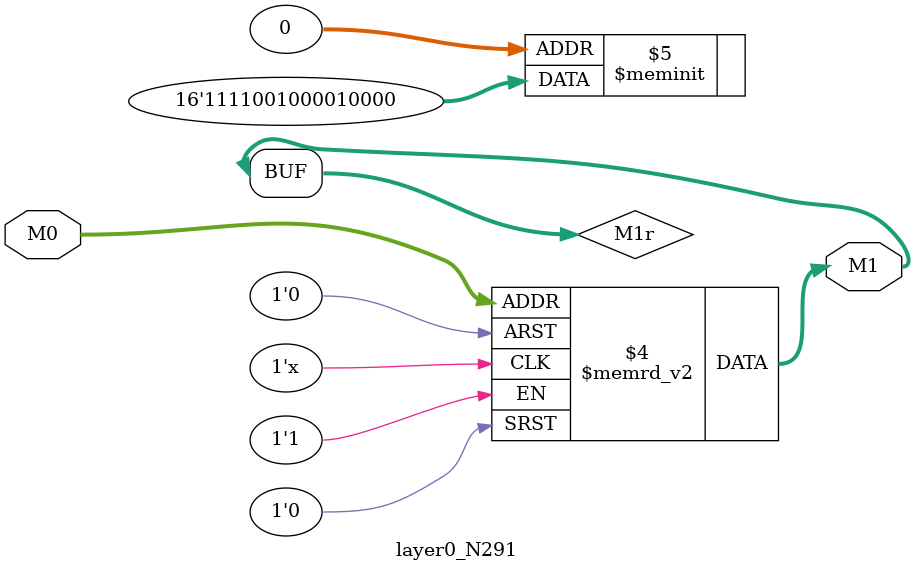
<source format=v>
module layer0_N291 ( input [2:0] M0, output [1:0] M1 );

	(*rom_style = "distributed" *) reg [1:0] M1r;
	assign M1 = M1r;
	always @ (M0) begin
		case (M0)
			3'b000: M1r = 2'b00;
			3'b100: M1r = 2'b10;
			3'b010: M1r = 2'b01;
			3'b110: M1r = 2'b11;
			3'b001: M1r = 2'b00;
			3'b101: M1r = 2'b00;
			3'b011: M1r = 2'b00;
			3'b111: M1r = 2'b11;

		endcase
	end
endmodule

</source>
